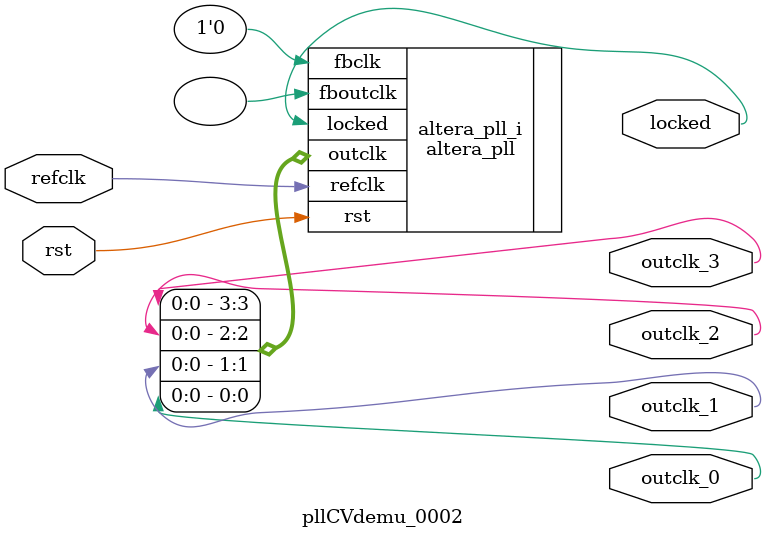
<source format=v>
`timescale 1ns/10ps
module  pllCVdemu_0002(

	// interface 'refclk'
	input wire refclk,

	// interface 'reset'
	input wire rst,

	// interface 'outclk0'
	output wire outclk_0,

	// interface 'outclk1'
	output wire outclk_1,

	// interface 'outclk2'
	output wire outclk_2,

	// interface 'outclk3'
	output wire outclk_3,

	// interface 'locked'
	output wire locked
);

	altera_pll #(
		.fractional_vco_multiplier("false"),
		.reference_clock_frequency("50.0 MHz"),
		.operation_mode("direct"),
		.number_of_clocks(4),
		.output_clock_frequency0("20.000000 MHz"),
		.phase_shift0("0 ps"),
		.duty_cycle0(50),
		.output_clock_frequency1("75.000000 MHz"),
		.phase_shift1("0 ps"),
		.duty_cycle1(50),
		.output_clock_frequency2("75.000000 MHz"),
		.phase_shift2("0 ps"),
		.duty_cycle2(50),
		.output_clock_frequency3("60.000000 MHz"),
		.phase_shift3("0 ps"),
		.duty_cycle3(50),
		.output_clock_frequency4("0 MHz"),
		.phase_shift4("0 ps"),
		.duty_cycle4(50),
		.output_clock_frequency5("0 MHz"),
		.phase_shift5("0 ps"),
		.duty_cycle5(50),
		.output_clock_frequency6("0 MHz"),
		.phase_shift6("0 ps"),
		.duty_cycle6(50),
		.output_clock_frequency7("0 MHz"),
		.phase_shift7("0 ps"),
		.duty_cycle7(50),
		.output_clock_frequency8("0 MHz"),
		.phase_shift8("0 ps"),
		.duty_cycle8(50),
		.output_clock_frequency9("0 MHz"),
		.phase_shift9("0 ps"),
		.duty_cycle9(50),
		.output_clock_frequency10("0 MHz"),
		.phase_shift10("0 ps"),
		.duty_cycle10(50),
		.output_clock_frequency11("0 MHz"),
		.phase_shift11("0 ps"),
		.duty_cycle11(50),
		.output_clock_frequency12("0 MHz"),
		.phase_shift12("0 ps"),
		.duty_cycle12(50),
		.output_clock_frequency13("0 MHz"),
		.phase_shift13("0 ps"),
		.duty_cycle13(50),
		.output_clock_frequency14("0 MHz"),
		.phase_shift14("0 ps"),
		.duty_cycle14(50),
		.output_clock_frequency15("0 MHz"),
		.phase_shift15("0 ps"),
		.duty_cycle15(50),
		.output_clock_frequency16("0 MHz"),
		.phase_shift16("0 ps"),
		.duty_cycle16(50),
		.output_clock_frequency17("0 MHz"),
		.phase_shift17("0 ps"),
		.duty_cycle17(50),
		.pll_type("General"),
		.pll_subtype("General")
	) altera_pll_i (
		.rst	(rst),
		.outclk	({outclk_3, outclk_2, outclk_1, outclk_0}),
		.locked	(locked),
		.fboutclk	( ),
		.fbclk	(1'b0),
		.refclk	(refclk)
	);
endmodule


</source>
